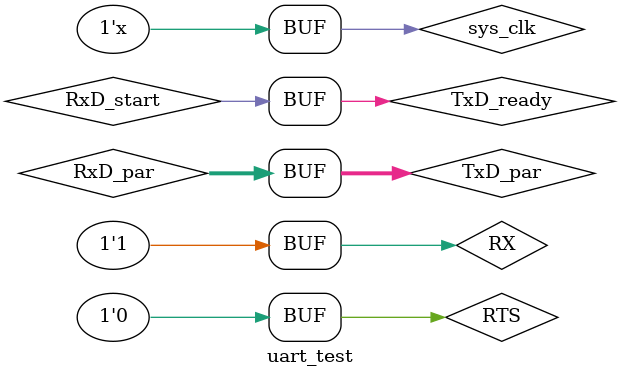
<source format=v>
`timescale 1ns / 1ps


module uart_test;

	// Inputs
	reg sys_clk;
	reg RTS;
	reg RX;
	wire [7:0] RxD_par;
	wire RxD_start;

	// Outputs
	wire CTS;
	wire TX;
	wire [7:0] TxD_par;
	wire TxD_ready;

	// Instantiate the Unit Under Test (UUT)
	UART_IP uut (
		.sys_clk(sys_clk),		 
		.CTS(CTS), 
		.RTS(RTS),
		.TX(TX), 
		.RX(RX), 
		.TxD_par(TxD_par), 
		.TxD_ready(TxD_ready), 
		.RxD_par(RxD_par), 
		.RxD_start(RxD_start)
	);
	
	
	// Loop parallel ouput as input
	assign RxD_par = TxD_par;
	assign RxD_start = TxD_ready;

	initial begin
		// Initialize Inputs
		sys_clk = 0;
		RTS = 0; // active low
		RX = 1;
		//RxD_par = 0;
		//RxD_start = 0;

		// Wait 100 ns for global reset to finish
		#5000;
      
		// Add stimulus here
		#0 RX = 0; //Start bit
		#8680 RX = 0; //bit 0 
		#8680 RX = 1; //bit 1
		#8680 RX = 0; //bit 2
		#8680 RX = 1; //bit 3
		#8680 RX = 0; //bit 4 
		#8680 RX = 1; //bit 5
		#8680 RX = 0; //bit 6
		#8680 RX = 0; //bit 7
		#8680 RX = 1; //Stop bit
		#8680 RX = 0; //Start bit
		#8680 RX = 1; //bit 0 
		#8680 RX = 1; //bit 1
		#8680 RX = 0; //bit 2
		#8680 RX = 1; //bit 3
		#8680 RX = 0; //bit 4 
		#8680 RX = 1; //bit 5
		#8680 RX = 0; //bit 6
		#8680 RX = 1; //bit 7
		#8680 RX = 1; //Stop bit
		#8680 RX = 0; //Start bit
		#8680 RX = 1; //bit 0 
		#8680 RX = 1; //bit 1
		#8680 RX = 0; //bit 2
		#8680 RX = 1; //bit 3
		#8680 RX = 0; //bit 4 
		#8680 RX = 1; //bit 5
		#8680 RX = 0; //bit 6
		#8680 RX = 1; //bit 7
		#8680 RX = 1; //Stop bit
		#8680 RX = 0; //Start bit
		#8680 RX = 1; //bit 0 
		#8680 RX = 1; //bit 1
		#8680 RX = 0; //bit 2
		#8680 RX = 1; //bit 3
		#8680 RX = 0; //bit 4 
		#8680 RX = 1; //bit 5
		#8680 RX = 0; //bit 6
		#8680 RX = 1; //bit 7
		#8680 RX = 1; //Stop bit
		#20000
		#8680 RX = 0; //Start bit
		#8680 RX = 1; //bit 0 
		#8680 RX = 1; //bit 1
		#8680 RX = 0; //bit 2
		#8680 RX = 1; //bit 3
		#8680 RX = 0; //bit 4 
		#8680 RX = 1; //bit 5
		#8680 RX = 0; //bit 6
		#8680 RX = 1; //bit 7
		#8680 RX = 1; //Stop bit

	end
	
	always begin
		#2.5 sys_clk <= !sys_clk;
	end
      
endmodule


</source>
